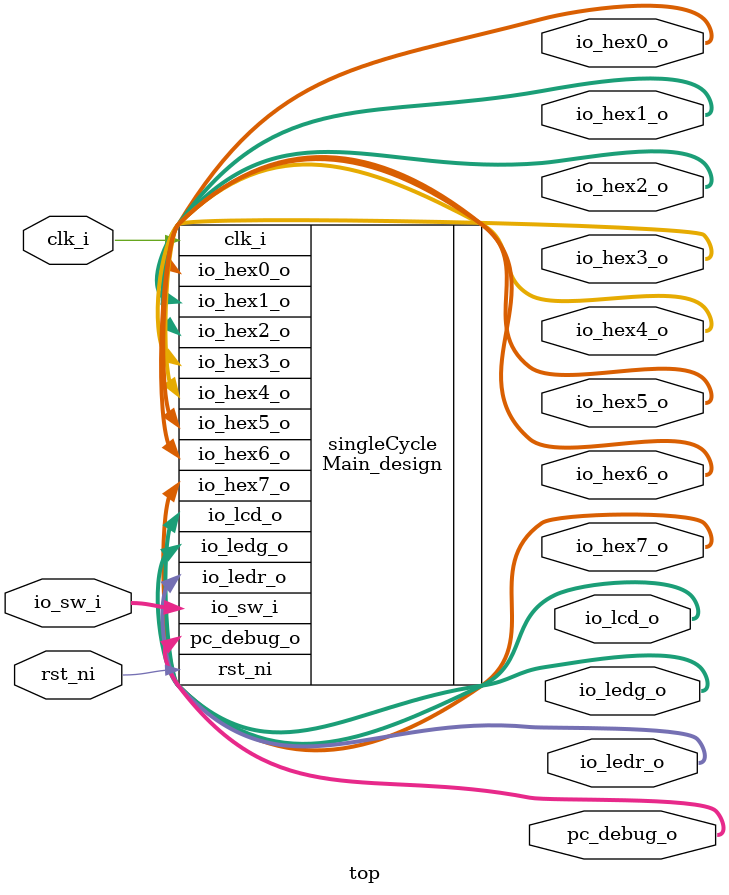
<source format=sv>

module top
(
  // Peripheral
  input  logic [31:0]      io_sw_i   ,
  output logic [31:0]      io_lcd_o  ,
  output logic [31:0]      io_ledg_o ,
  output logic [31:0]      io_ledr_o ,
  output logic [31:0]      io_hex0_o ,
  output logic [31:0]      io_hex1_o ,
  output logic [31:0]      io_hex2_o ,
  output logic [31:0]      io_hex3_o ,
  output logic [31:0]      io_hex4_o ,
  output logic [31:0]      io_hex5_o ,
  output logic [31:0]      io_hex6_o ,
  output logic [31:0]      io_hex7_o ,

  output logic [31:0]      pc_debug_o,

  // Clock and asynchronous reset active low
  input  logic             clk_i     ,
  input  logic             rst_ni
);

  Main_design singleCycle (
    .io_sw_i   (io_sw_i   ),
    .io_lcd_o  (io_lcd_o  ),
    .io_ledg_o (io_ledg_o ),
    .io_ledr_o (io_ledr_o ),
    .io_hex0_o (io_hex0_o ),
    .io_hex1_o (io_hex1_o ),
    .io_hex2_o (io_hex2_o ),
    .io_hex3_o (io_hex3_o ),
    .io_hex4_o (io_hex4_o ),
    .io_hex5_o (io_hex5_o ),
    .io_hex6_o (io_hex6_o ),
    .io_hex7_o (io_hex7_o ),
    .pc_debug_o(pc_debug_o),
    .clk_i     (clk_i     ),
    .rst_ni    (rst_ni    )
  );

endmodule : top

</source>
